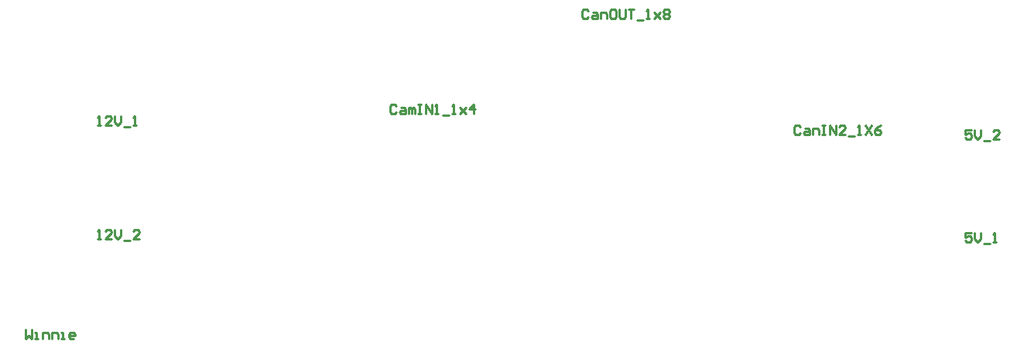
<source format=gto>
G04*
G04 #@! TF.GenerationSoftware,Altium Limited,Altium Designer,18.1.7 (191)*
G04*
G04 Layer_Color=65535*
%FSLAX44Y44*%
%MOMM*%
G71*
G01*
G75*
%ADD10C,0.2540*%
D10*
X965621Y703154D02*
X963928Y704847D01*
X960543D01*
X958850Y703154D01*
Y696383D01*
X960543Y694690D01*
X963928D01*
X965621Y696383D01*
X970699Y701461D02*
X974085D01*
X975778Y699768D01*
Y694690D01*
X970699D01*
X969007Y696383D01*
X970699Y698076D01*
X975778D01*
X979163Y694690D02*
Y701461D01*
X984242D01*
X985935Y699768D01*
Y694690D01*
X994398Y704847D02*
X991013D01*
X989320Y703154D01*
Y696383D01*
X991013Y694690D01*
X994398D01*
X996091Y696383D01*
Y703154D01*
X994398Y704847D01*
X999477D02*
Y696383D01*
X1001170Y694690D01*
X1004555D01*
X1006248Y696383D01*
Y704847D01*
X1009634D02*
X1016405D01*
X1013019D01*
Y694690D01*
X1019790Y692997D02*
X1026562D01*
X1029947Y694690D02*
X1033333D01*
X1031640D01*
Y704847D01*
X1029947Y703154D01*
X1038411Y701461D02*
X1045182Y694690D01*
X1041797Y698076D01*
X1045182Y701461D01*
X1038411Y694690D01*
X1048568Y703154D02*
X1050260Y704847D01*
X1053646D01*
X1055339Y703154D01*
Y701461D01*
X1053646Y699768D01*
X1055339Y698076D01*
Y696383D01*
X1053646Y694690D01*
X1050260D01*
X1048568Y696383D01*
Y698076D01*
X1050260Y699768D01*
X1048568Y701461D01*
Y703154D01*
X1050260Y699768D02*
X1053646D01*
X1198031Y576154D02*
X1196338Y577847D01*
X1192953D01*
X1191260Y576154D01*
Y569383D01*
X1192953Y567690D01*
X1196338D01*
X1198031Y569383D01*
X1203110Y574461D02*
X1206495D01*
X1208188Y572768D01*
Y567690D01*
X1203110D01*
X1201417Y569383D01*
X1203110Y571076D01*
X1208188D01*
X1211573Y567690D02*
Y574461D01*
X1216652D01*
X1218345Y572768D01*
Y567690D01*
X1221730Y577847D02*
X1225116D01*
X1223423D01*
Y567690D01*
X1221730D01*
X1225116D01*
X1230194D02*
Y577847D01*
X1236965Y567690D01*
Y577847D01*
X1247122Y567690D02*
X1240351D01*
X1247122Y574461D01*
Y576154D01*
X1245429Y577847D01*
X1242044D01*
X1240351Y576154D01*
X1250508Y565997D02*
X1257279D01*
X1260664Y567690D02*
X1264050D01*
X1262357D01*
Y577847D01*
X1260664Y576154D01*
X1269128Y577847D02*
X1275899Y567690D01*
Y577847D02*
X1269128Y567690D01*
X1286056Y577847D02*
X1282670Y576154D01*
X1279285Y572768D01*
Y569383D01*
X1280978Y567690D01*
X1284363D01*
X1286056Y569383D01*
Y571076D01*
X1284363Y572768D01*
X1279285D01*
X350520Y354327D02*
Y344170D01*
X353906Y347556D01*
X357291Y344170D01*
Y354327D01*
X360677Y344170D02*
X364062D01*
X362369D01*
Y350941D01*
X360677D01*
X369141Y344170D02*
Y350941D01*
X374219D01*
X375912Y349248D01*
Y344170D01*
X379297D02*
Y350941D01*
X384376D01*
X386068Y349248D01*
Y344170D01*
X389454D02*
X392840D01*
X391147D01*
Y350941D01*
X389454D01*
X402996Y344170D02*
X399611D01*
X397918Y345863D01*
Y349248D01*
X399611Y350941D01*
X402996D01*
X404689Y349248D01*
Y347556D01*
X397918D01*
X756071Y599014D02*
X754378Y600707D01*
X750993D01*
X749300Y599014D01*
Y592243D01*
X750993Y590550D01*
X754378D01*
X756071Y592243D01*
X761150Y597321D02*
X764535D01*
X766228Y595628D01*
Y590550D01*
X761150D01*
X759457Y592243D01*
X761150Y593936D01*
X766228D01*
X769613Y590550D02*
Y597321D01*
X771306D01*
X772999Y595628D01*
Y590550D01*
Y595628D01*
X774692Y597321D01*
X776385Y595628D01*
Y590550D01*
X779770Y600707D02*
X783156D01*
X781463D01*
Y590550D01*
X779770D01*
X783156D01*
X788234D02*
Y600707D01*
X795005Y590550D01*
Y600707D01*
X798391Y590550D02*
X801776D01*
X800084D01*
Y600707D01*
X798391Y599014D01*
X806855Y588857D02*
X813626D01*
X817011Y590550D02*
X820397D01*
X818704D01*
Y600707D01*
X817011Y599014D01*
X825475Y597321D02*
X832247Y590550D01*
X828861Y593936D01*
X832247Y597321D01*
X825475Y590550D01*
X840711D02*
Y600707D01*
X835632Y595628D01*
X842403D01*
X429260Y453420D02*
X432646D01*
X430953D01*
Y463577D01*
X429260Y461884D01*
X444495Y453420D02*
X437724D01*
X444495Y460191D01*
Y461884D01*
X442802Y463577D01*
X439417D01*
X437724Y461884D01*
X447881Y463577D02*
Y456806D01*
X451266Y453420D01*
X454652Y456806D01*
Y463577D01*
X458037Y451727D02*
X464809D01*
X474965Y453420D02*
X468194D01*
X474965Y460191D01*
Y461884D01*
X473273Y463577D01*
X469887D01*
X468194Y461884D01*
X429260Y577850D02*
X432646D01*
X430953D01*
Y588007D01*
X429260Y586314D01*
X444495Y577850D02*
X437724D01*
X444495Y584621D01*
Y586314D01*
X442802Y588007D01*
X439417D01*
X437724Y586314D01*
X447881Y588007D02*
Y581236D01*
X451266Y577850D01*
X454652Y581236D01*
Y588007D01*
X458037Y576157D02*
X464809D01*
X468194Y577850D02*
X471580D01*
X469887D01*
Y588007D01*
X468194Y586314D01*
X1384721Y572767D02*
X1377950D01*
Y567688D01*
X1381336Y569381D01*
X1383028D01*
X1384721Y567688D01*
Y564303D01*
X1383028Y562610D01*
X1379643D01*
X1377950Y564303D01*
X1388107Y572767D02*
Y565996D01*
X1391492Y562610D01*
X1394878Y565996D01*
Y572767D01*
X1398263Y560917D02*
X1405035D01*
X1415191Y562610D02*
X1408420D01*
X1415191Y569381D01*
Y571074D01*
X1413499Y572767D01*
X1410113D01*
X1408420Y571074D01*
X1385481Y459947D02*
X1378710D01*
Y454868D01*
X1382096Y456561D01*
X1383788D01*
X1385481Y454868D01*
Y451483D01*
X1383788Y449790D01*
X1380403D01*
X1378710Y451483D01*
X1388867Y459947D02*
Y453176D01*
X1392252Y449790D01*
X1395638Y453176D01*
Y459947D01*
X1399023Y448097D02*
X1405795D01*
X1409180Y449790D02*
X1412566D01*
X1410873D01*
Y459947D01*
X1409180Y458254D01*
M02*

</source>
